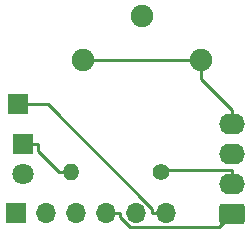
<source format=gbr>
%TF.GenerationSoftware,KiCad,Pcbnew,7.0.2*%
%TF.CreationDate,2023-12-05T19:44:14+00:00*%
%TF.ProjectId,rxhardware,72786861-7264-4776-9172-652e6b696361,rev?*%
%TF.SameCoordinates,Original*%
%TF.FileFunction,Copper,L1,Top*%
%TF.FilePolarity,Positive*%
%FSLAX46Y46*%
G04 Gerber Fmt 4.6, Leading zero omitted, Abs format (unit mm)*
G04 Created by KiCad (PCBNEW 7.0.2) date 2023-12-05 19:44:14*
%MOMM*%
%LPD*%
G01*
G04 APERTURE LIST*
G04 Aperture macros list*
%AMRoundRect*
0 Rectangle with rounded corners*
0 $1 Rounding radius*
0 $2 $3 $4 $5 $6 $7 $8 $9 X,Y pos of 4 corners*
0 Add a 4 corners polygon primitive as box body*
4,1,4,$2,$3,$4,$5,$6,$7,$8,$9,$2,$3,0*
0 Add four circle primitives for the rounded corners*
1,1,$1+$1,$2,$3*
1,1,$1+$1,$4,$5*
1,1,$1+$1,$6,$7*
1,1,$1+$1,$8,$9*
0 Add four rect primitives between the rounded corners*
20,1,$1+$1,$2,$3,$4,$5,0*
20,1,$1+$1,$4,$5,$6,$7,0*
20,1,$1+$1,$6,$7,$8,$9,0*
20,1,$1+$1,$8,$9,$2,$3,0*%
G04 Aperture macros list end*
%TA.AperFunction,ComponentPad*%
%ADD10RoundRect,0.250000X0.845000X-0.620000X0.845000X0.620000X-0.845000X0.620000X-0.845000X-0.620000X0*%
%TD*%
%TA.AperFunction,ComponentPad*%
%ADD11O,2.190000X1.740000*%
%TD*%
%TA.AperFunction,ComponentPad*%
%ADD12C,1.900000*%
%TD*%
%TA.AperFunction,ComponentPad*%
%ADD13R,1.700000X1.700000*%
%TD*%
%TA.AperFunction,ComponentPad*%
%ADD14O,1.700000X1.700000*%
%TD*%
%TA.AperFunction,ComponentPad*%
%ADD15C,1.400000*%
%TD*%
%TA.AperFunction,ComponentPad*%
%ADD16O,1.400000X1.400000*%
%TD*%
%TA.AperFunction,ComponentPad*%
%ADD17R,1.800000X1.800000*%
%TD*%
%TA.AperFunction,ComponentPad*%
%ADD18C,1.800000*%
%TD*%
%TA.AperFunction,Conductor*%
%ADD19C,0.250000*%
%TD*%
G04 APERTURE END LIST*
D10*
%TO.P,J2,1,Pin_1*%
%TO.N,Net-(J1-Pin_4)*%
X167767000Y-97318000D03*
D11*
%TO.P,J2,2,Pin_2*%
%TO.N,Net-(BT1--)*%
X167767000Y-94778000D03*
%TO.P,J2,3,Pin_3*%
%TO.N,Net-(D1-A)*%
X167767000Y-92238000D03*
%TO.P,J2,4,Pin_4*%
%TO.N,Net-(BT1-+)*%
X167767000Y-89698000D03*
%TD*%
D12*
%TO.P,BT1,1,+*%
%TO.N,Net-(BT1-+)*%
X165179000Y-84299000D03*
X155179000Y-84299000D03*
%TO.P,BT1,2,-*%
%TO.N,Net-(BT1--)*%
X160179000Y-80599000D03*
%TD*%
D13*
%TO.P,J1,1,Pin_1*%
%TO.N,Net-(BT1--)*%
X149500000Y-97241000D03*
D14*
%TO.P,J1,2,Pin_2*%
%TO.N,Net-(D1-A)*%
X152040000Y-97241000D03*
%TO.P,J1,3,Pin_3*%
%TO.N,unconnected-(J1-Pin_3-Pad3)*%
X154580000Y-97241000D03*
%TO.P,J1,4,Pin_4*%
%TO.N,Net-(J1-Pin_4)*%
X157120000Y-97241000D03*
%TO.P,J1,5,Pin_5*%
%TO.N,unconnected-(J1-Pin_5-Pad5)*%
X159660000Y-97241000D03*
%TO.P,J1,6,Pin_6*%
%TO.N,Net-(AE1-A)*%
X162200000Y-97241000D03*
%TD*%
D15*
%TO.P,R1,1*%
%TO.N,Net-(BT1--)*%
X161785000Y-93807000D03*
D16*
%TO.P,R1,2*%
%TO.N,Net-(D1-K)*%
X154165000Y-93807000D03*
%TD*%
D13*
%TO.P,AE1,1,A*%
%TO.N,Net-(AE1-A)*%
X149630000Y-88016000D03*
%TD*%
D17*
%TO.P,D1,1,K*%
%TO.N,Net-(D1-K)*%
X150108000Y-91371000D03*
D18*
%TO.P,D1,2,A*%
%TO.N,Net-(D1-A)*%
X150108000Y-93911000D03*
%TD*%
D19*
%TO.N,Net-(AE1-A)*%
X161024700Y-96873700D02*
X161024700Y-97241000D01*
X152167000Y-88016000D02*
X161024700Y-96873700D01*
X149630000Y-88016000D02*
X152167000Y-88016000D01*
X162200000Y-97241000D02*
X161024700Y-97241000D01*
%TO.N,Net-(J1-Pin_4)*%
X166650900Y-98434100D02*
X167767000Y-97318000D01*
X159121100Y-98434100D02*
X166650900Y-98434100D01*
X158295300Y-97608300D02*
X159121100Y-98434100D01*
X158295300Y-97241000D02*
X158295300Y-97608300D01*
X157120000Y-97241000D02*
X158295300Y-97241000D01*
%TO.N,Net-(D1-K)*%
X151333300Y-92000600D02*
X153139700Y-93807000D01*
X151333300Y-91371000D02*
X151333300Y-92000600D01*
X154165000Y-93807000D02*
X153139700Y-93807000D01*
X150108000Y-91371000D02*
X151333300Y-91371000D01*
%TO.N,Net-(BT1--)*%
X162009300Y-93582700D02*
X167767000Y-93582700D01*
X161785000Y-93807000D02*
X162009300Y-93582700D01*
X167767000Y-94778000D02*
X167767000Y-93582700D01*
%TO.N,Net-(BT1-+)*%
X167767000Y-89698000D02*
X167767000Y-88502700D01*
X155179000Y-84299000D02*
X165179000Y-84299000D01*
X165179000Y-85914700D02*
X167767000Y-88502700D01*
X165179000Y-84299000D02*
X165179000Y-85914700D01*
%TD*%
M02*

</source>
